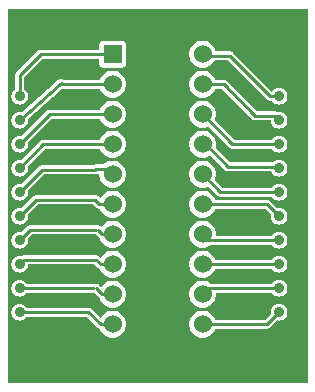
<source format=gbr>
G04 start of page 2 for group 0 idx 0 *
G04 Title: XBEE_dip, top *
G04 Creator: pcb 20110918 *
G04 CreationDate: Mon 04 Jun 2012 06:09:33 PM GMT UTC *
G04 For: ed *
G04 Format: Gerber/RS-274X *
G04 PCB-Dimensions: 100000 125000 *
G04 PCB-Coordinate-Origin: lower left *
%MOIN*%
%FSLAX25Y25*%
%LNTOP*%
%ADD38C,0.0280*%
%ADD37C,0.0200*%
%ADD36C,0.0360*%
%ADD35C,0.0600*%
%ADD34C,0.0100*%
%ADD33C,0.0001*%
G54D33*G36*
X76893Y124500D02*X100000D01*
Y0D01*
X76893D01*
Y17990D01*
X86431D01*
X86490Y17985D01*
X86725Y18004D01*
X86725Y18004D01*
X86955Y18059D01*
X87173Y18149D01*
X87374Y18273D01*
X87554Y18426D01*
X87592Y18471D01*
X89889Y20767D01*
X90061Y20726D01*
X90500Y20691D01*
X90939Y20726D01*
X91368Y20829D01*
X91775Y20997D01*
X92151Y21228D01*
X92486Y21514D01*
X92772Y21849D01*
X93003Y22225D01*
X93171Y22632D01*
X93274Y23061D01*
X93300Y23500D01*
X93274Y23939D01*
X93171Y24368D01*
X93003Y24775D01*
X92772Y25151D01*
X92486Y25486D01*
X92151Y25772D01*
X91775Y26003D01*
X91368Y26171D01*
X90939Y26274D01*
X90500Y26309D01*
X90061Y26274D01*
X89632Y26171D01*
X89225Y26003D01*
X88849Y25772D01*
X88514Y25486D01*
X88228Y25151D01*
X87997Y24775D01*
X87829Y24368D01*
X87726Y23939D01*
X87691Y23500D01*
X87726Y23061D01*
X87767Y22889D01*
X85869Y20990D01*
X76893D01*
Y30000D01*
X88135D01*
X88228Y29849D01*
X88514Y29514D01*
X88849Y29228D01*
X89225Y28997D01*
X89632Y28829D01*
X90061Y28726D01*
X90500Y28691D01*
X90939Y28726D01*
X91368Y28829D01*
X91775Y28997D01*
X92151Y29228D01*
X92486Y29514D01*
X92772Y29849D01*
X93003Y30225D01*
X93171Y30632D01*
X93274Y31061D01*
X93300Y31500D01*
X93274Y31939D01*
X93171Y32368D01*
X93003Y32775D01*
X92772Y33151D01*
X92486Y33486D01*
X92151Y33772D01*
X91775Y34003D01*
X91368Y34171D01*
X90939Y34274D01*
X90500Y34309D01*
X90061Y34274D01*
X89632Y34171D01*
X89225Y34003D01*
X88849Y33772D01*
X88514Y33486D01*
X88228Y33151D01*
X88135Y33000D01*
X76893D01*
Y37990D01*
X88141D01*
X88228Y37849D01*
X88514Y37514D01*
X88849Y37228D01*
X89225Y36997D01*
X89632Y36829D01*
X90061Y36726D01*
X90500Y36691D01*
X90939Y36726D01*
X91368Y36829D01*
X91775Y36997D01*
X92151Y37228D01*
X92486Y37514D01*
X92772Y37849D01*
X93003Y38225D01*
X93171Y38632D01*
X93274Y39061D01*
X93300Y39500D01*
X93274Y39939D01*
X93171Y40368D01*
X93003Y40775D01*
X92772Y41151D01*
X92486Y41486D01*
X92151Y41772D01*
X91775Y42003D01*
X91368Y42171D01*
X90939Y42274D01*
X90500Y42309D01*
X90061Y42274D01*
X89632Y42171D01*
X89225Y42003D01*
X88849Y41772D01*
X88514Y41486D01*
X88228Y41151D01*
X88129Y40990D01*
X76893D01*
Y46000D01*
X88135D01*
X88228Y45849D01*
X88514Y45514D01*
X88849Y45228D01*
X89225Y44997D01*
X89632Y44829D01*
X90061Y44726D01*
X90500Y44691D01*
X90939Y44726D01*
X91368Y44829D01*
X91775Y44997D01*
X92151Y45228D01*
X92486Y45514D01*
X92772Y45849D01*
X93003Y46225D01*
X93171Y46632D01*
X93274Y47061D01*
X93300Y47500D01*
X93274Y47939D01*
X93171Y48368D01*
X93003Y48775D01*
X92772Y49151D01*
X92486Y49486D01*
X92151Y49772D01*
X91775Y50003D01*
X91368Y50171D01*
X90939Y50274D01*
X90500Y50309D01*
X90061Y50274D01*
X89632Y50171D01*
X89225Y50003D01*
X88849Y49772D01*
X88514Y49486D01*
X88228Y49151D01*
X88135Y49000D01*
X76893D01*
Y57990D01*
X85889D01*
X87767Y56111D01*
X87726Y55939D01*
X87691Y55500D01*
X87726Y55061D01*
X87829Y54632D01*
X87997Y54225D01*
X88228Y53849D01*
X88514Y53514D01*
X88849Y53228D01*
X89225Y52997D01*
X89632Y52829D01*
X90061Y52726D01*
X90500Y52691D01*
X90939Y52726D01*
X91368Y52829D01*
X91775Y52997D01*
X92151Y53228D01*
X92486Y53514D01*
X92772Y53849D01*
X93003Y54225D01*
X93171Y54632D01*
X93274Y55061D01*
X93300Y55500D01*
X93274Y55939D01*
X93171Y56368D01*
X93003Y56775D01*
X92772Y57151D01*
X92486Y57486D01*
X92151Y57772D01*
X91775Y58003D01*
X91368Y58171D01*
X90939Y58274D01*
X90500Y58309D01*
X90061Y58274D01*
X89889Y58233D01*
X87612Y60509D01*
X87574Y60554D01*
X87394Y60707D01*
X87193Y60831D01*
X86975Y60921D01*
X86745Y60976D01*
X86510Y60995D01*
X86451Y60990D01*
X76893D01*
Y62000D01*
X88135D01*
X88228Y61849D01*
X88514Y61514D01*
X88849Y61228D01*
X89225Y60997D01*
X89632Y60829D01*
X90061Y60726D01*
X90500Y60691D01*
X90939Y60726D01*
X91368Y60829D01*
X91775Y60997D01*
X92151Y61228D01*
X92486Y61514D01*
X92772Y61849D01*
X93003Y62225D01*
X93171Y62632D01*
X93274Y63061D01*
X93300Y63500D01*
X93274Y63939D01*
X93171Y64368D01*
X93003Y64775D01*
X92772Y65151D01*
X92486Y65486D01*
X92151Y65772D01*
X91775Y66003D01*
X91368Y66171D01*
X90939Y66274D01*
X90500Y66309D01*
X90061Y66274D01*
X89632Y66171D01*
X89225Y66003D01*
X88849Y65772D01*
X88514Y65486D01*
X88228Y65151D01*
X88135Y65000D01*
X76893D01*
Y70500D01*
X87884D01*
X87997Y70225D01*
X88228Y69849D01*
X88514Y69514D01*
X88849Y69228D01*
X89225Y68997D01*
X89632Y68829D01*
X90061Y68726D01*
X90500Y68691D01*
X90939Y68726D01*
X91368Y68829D01*
X91775Y68997D01*
X92151Y69228D01*
X92486Y69514D01*
X92772Y69849D01*
X93003Y70225D01*
X93171Y70632D01*
X93274Y71061D01*
X93300Y71500D01*
X93274Y71939D01*
X93171Y72368D01*
X93003Y72775D01*
X92772Y73151D01*
X92486Y73486D01*
X92151Y73772D01*
X91775Y74003D01*
X91368Y74171D01*
X90939Y74274D01*
X90500Y74309D01*
X90061Y74274D01*
X89632Y74171D01*
X89225Y74003D01*
X88849Y73772D01*
X88530Y73500D01*
X76893D01*
Y78000D01*
X88135D01*
X88228Y77849D01*
X88514Y77514D01*
X88849Y77228D01*
X89225Y76997D01*
X89632Y76829D01*
X90061Y76726D01*
X90500Y76691D01*
X90939Y76726D01*
X91368Y76829D01*
X91775Y76997D01*
X92151Y77228D01*
X92486Y77514D01*
X92772Y77849D01*
X93003Y78225D01*
X93171Y78632D01*
X93274Y79061D01*
X93300Y79500D01*
X93274Y79939D01*
X93171Y80368D01*
X93003Y80775D01*
X92772Y81151D01*
X92486Y81486D01*
X92151Y81772D01*
X91775Y82003D01*
X91368Y82171D01*
X90939Y82274D01*
X90500Y82309D01*
X90061Y82274D01*
X89632Y82171D01*
X89225Y82003D01*
X88849Y81772D01*
X88514Y81486D01*
X88228Y81151D01*
X88135Y81000D01*
X76893D01*
Y92486D01*
X81398Y87981D01*
X81436Y87936D01*
X81616Y87783D01*
X81817Y87659D01*
X82035Y87569D01*
X82265Y87514D01*
X82500Y87495D01*
X82559Y87500D01*
X87691D01*
X87726Y87061D01*
X87829Y86632D01*
X87997Y86225D01*
X88228Y85849D01*
X88514Y85514D01*
X88849Y85228D01*
X89225Y84997D01*
X89632Y84829D01*
X90061Y84726D01*
X90500Y84691D01*
X90939Y84726D01*
X91368Y84829D01*
X91775Y84997D01*
X92151Y85228D01*
X92486Y85514D01*
X92772Y85849D01*
X93003Y86225D01*
X93171Y86632D01*
X93274Y87061D01*
X93300Y87500D01*
X93274Y87939D01*
X93171Y88368D01*
X93003Y88775D01*
X92772Y89151D01*
X92486Y89486D01*
X92151Y89772D01*
X91775Y90003D01*
X91368Y90171D01*
X90939Y90274D01*
X90500Y90309D01*
X90061Y90274D01*
X89867Y90228D01*
X89683Y90341D01*
X89465Y90431D01*
X89235Y90486D01*
X89000Y90505D01*
X88941Y90500D01*
X83121D01*
X76893Y96728D01*
Y103986D01*
X86398Y94481D01*
X86436Y94436D01*
X86616Y94283D01*
X86817Y94159D01*
X87035Y94069D01*
X87265Y94014D01*
X87500Y93995D01*
X87559Y94000D01*
X88135D01*
X88228Y93849D01*
X88514Y93514D01*
X88849Y93228D01*
X89225Y92997D01*
X89632Y92829D01*
X90061Y92726D01*
X90500Y92691D01*
X90939Y92726D01*
X91368Y92829D01*
X91775Y92997D01*
X92151Y93228D01*
X92486Y93514D01*
X92772Y93849D01*
X93003Y94225D01*
X93171Y94632D01*
X93274Y95061D01*
X93300Y95500D01*
X93274Y95939D01*
X93171Y96368D01*
X93003Y96775D01*
X92772Y97151D01*
X92486Y97486D01*
X92151Y97772D01*
X91775Y98003D01*
X91368Y98171D01*
X90939Y98274D01*
X90500Y98309D01*
X90061Y98274D01*
X89632Y98171D01*
X89225Y98003D01*
X88849Y97772D01*
X88514Y97486D01*
X88228Y97151D01*
X88135Y97000D01*
X88121D01*
X76893Y108228D01*
Y124500D01*
G37*
G36*
X20346D02*X76893D01*
Y108228D01*
X75102Y110019D01*
X75064Y110064D01*
X74884Y110217D01*
X74683Y110341D01*
X74465Y110431D01*
X74235Y110486D01*
X74000Y110505D01*
X73941Y110500D01*
X69385D01*
X69293Y110885D01*
X69022Y111539D01*
X68652Y112143D01*
X68192Y112682D01*
X67653Y113142D01*
X67049Y113512D01*
X66395Y113783D01*
X65706Y113948D01*
X65000Y114004D01*
X64294Y113948D01*
X63605Y113783D01*
X62951Y113512D01*
X62347Y113142D01*
X61808Y112682D01*
X61348Y112143D01*
X60978Y111539D01*
X60707Y110885D01*
X60542Y110196D01*
X60486Y109490D01*
X60542Y108784D01*
X60707Y108095D01*
X60978Y107441D01*
X61348Y106837D01*
X61808Y106298D01*
X62347Y105838D01*
X62951Y105468D01*
X63605Y105197D01*
X64294Y105032D01*
X65000Y104976D01*
X65706Y105032D01*
X66395Y105197D01*
X67049Y105468D01*
X67653Y105838D01*
X68192Y106298D01*
X68652Y106837D01*
X69022Y107441D01*
X69046Y107500D01*
X73379D01*
X76893Y103986D01*
Y96728D01*
X73112Y100509D01*
X73074Y100554D01*
X72894Y100707D01*
X72693Y100831D01*
X72475Y100921D01*
X72245Y100976D01*
X72010Y100995D01*
X71951Y100990D01*
X69249D01*
X69022Y101539D01*
X68652Y102143D01*
X68192Y102682D01*
X67653Y103142D01*
X67049Y103512D01*
X66395Y103783D01*
X65706Y103948D01*
X65000Y104004D01*
X64294Y103948D01*
X63605Y103783D01*
X62951Y103512D01*
X62347Y103142D01*
X61808Y102682D01*
X61348Y102143D01*
X60978Y101539D01*
X60707Y100885D01*
X60542Y100196D01*
X60486Y99490D01*
X60542Y98784D01*
X60707Y98095D01*
X60978Y97441D01*
X61348Y96837D01*
X61808Y96298D01*
X62347Y95838D01*
X62951Y95468D01*
X63605Y95197D01*
X64294Y95032D01*
X65000Y94976D01*
X65706Y95032D01*
X66395Y95197D01*
X67049Y95468D01*
X67653Y95838D01*
X68192Y96298D01*
X68652Y96837D01*
X69022Y97441D01*
X69249Y97990D01*
X71389D01*
X76893Y92486D01*
Y81000D01*
X75611D01*
X69065Y87546D01*
X69293Y88095D01*
X69458Y88784D01*
X69500Y89490D01*
X69458Y90196D01*
X69293Y90885D01*
X69022Y91539D01*
X68652Y92143D01*
X68192Y92682D01*
X67653Y93142D01*
X67049Y93512D01*
X66395Y93783D01*
X65706Y93948D01*
X65000Y94004D01*
X64294Y93948D01*
X63605Y93783D01*
X62951Y93512D01*
X62347Y93142D01*
X61808Y92682D01*
X61348Y92143D01*
X60978Y91539D01*
X60707Y90885D01*
X60542Y90196D01*
X60486Y89490D01*
X60542Y88784D01*
X60707Y88095D01*
X60978Y87441D01*
X61348Y86837D01*
X61808Y86298D01*
X62347Y85838D01*
X62951Y85468D01*
X63605Y85197D01*
X64294Y85032D01*
X65000Y84976D01*
X65706Y85032D01*
X66395Y85197D01*
X66944Y85425D01*
X73888Y78481D01*
X73926Y78436D01*
X74106Y78283D01*
X74307Y78159D01*
X74525Y78069D01*
X74755Y78014D01*
X74990Y77995D01*
X75049Y78000D01*
X76893D01*
Y73500D01*
X74121D01*
X69338Y78283D01*
X69458Y78784D01*
X69500Y79490D01*
X69458Y80196D01*
X69293Y80885D01*
X69022Y81539D01*
X68652Y82143D01*
X68192Y82682D01*
X67653Y83142D01*
X67049Y83512D01*
X66395Y83783D01*
X65706Y83948D01*
X65000Y84004D01*
X64294Y83948D01*
X63605Y83783D01*
X62951Y83512D01*
X62347Y83142D01*
X61808Y82682D01*
X61348Y82143D01*
X60978Y81539D01*
X60707Y80885D01*
X60542Y80196D01*
X60486Y79490D01*
X60542Y78784D01*
X60707Y78095D01*
X60978Y77441D01*
X61348Y76837D01*
X61808Y76298D01*
X62347Y75838D01*
X62951Y75468D01*
X63605Y75197D01*
X64294Y75032D01*
X65000Y74976D01*
X65706Y75032D01*
X66395Y75197D01*
X67049Y75468D01*
X67583Y75795D01*
X72398Y70981D01*
X72436Y70936D01*
X72616Y70783D01*
X72817Y70659D01*
X73035Y70569D01*
X73265Y70514D01*
X73500Y70495D01*
X73559Y70500D01*
X76893D01*
Y65000D01*
X71611D01*
X69065Y67546D01*
X69293Y68095D01*
X69458Y68784D01*
X69500Y69490D01*
X69458Y70196D01*
X69293Y70885D01*
X69022Y71539D01*
X68652Y72143D01*
X68192Y72682D01*
X67653Y73142D01*
X67049Y73512D01*
X66395Y73783D01*
X65706Y73948D01*
X65000Y74004D01*
X64294Y73948D01*
X63605Y73783D01*
X62951Y73512D01*
X62347Y73142D01*
X61808Y72682D01*
X61348Y72143D01*
X60978Y71539D01*
X60707Y70885D01*
X60542Y70196D01*
X60486Y69490D01*
X60542Y68784D01*
X60707Y68095D01*
X60978Y67441D01*
X61348Y66837D01*
X61808Y66298D01*
X62347Y65838D01*
X62951Y65468D01*
X63605Y65197D01*
X64294Y65032D01*
X65000Y64976D01*
X65706Y65032D01*
X66395Y65197D01*
X66944Y65425D01*
X69888Y62481D01*
X69926Y62436D01*
X70106Y62283D01*
X70307Y62159D01*
X70525Y62069D01*
X70755Y62014D01*
X70990Y61995D01*
X71049Y62000D01*
X76893D01*
Y60990D01*
X69249D01*
X69022Y61539D01*
X68652Y62143D01*
X68192Y62682D01*
X67653Y63142D01*
X67049Y63512D01*
X66395Y63783D01*
X65706Y63948D01*
X65000Y64004D01*
X64294Y63948D01*
X63605Y63783D01*
X62951Y63512D01*
X62347Y63142D01*
X61808Y62682D01*
X61348Y62143D01*
X60978Y61539D01*
X60707Y60885D01*
X60542Y60196D01*
X60486Y59490D01*
X60542Y58784D01*
X60707Y58095D01*
X60978Y57441D01*
X61348Y56837D01*
X61808Y56298D01*
X62347Y55838D01*
X62951Y55468D01*
X63605Y55197D01*
X64294Y55032D01*
X65000Y54976D01*
X65706Y55032D01*
X66395Y55197D01*
X67049Y55468D01*
X67653Y55838D01*
X68192Y56298D01*
X68652Y56837D01*
X69022Y57441D01*
X69249Y57990D01*
X76893D01*
Y49000D01*
X69471D01*
X69500Y49490D01*
X69458Y50196D01*
X69293Y50885D01*
X69022Y51539D01*
X68652Y52143D01*
X68192Y52682D01*
X67653Y53142D01*
X67049Y53512D01*
X66395Y53783D01*
X65706Y53948D01*
X65000Y54004D01*
X64294Y53948D01*
X63605Y53783D01*
X62951Y53512D01*
X62347Y53142D01*
X61808Y52682D01*
X61348Y52143D01*
X60978Y51539D01*
X60707Y50885D01*
X60542Y50196D01*
X60486Y49490D01*
X60542Y48784D01*
X60707Y48095D01*
X60978Y47441D01*
X61348Y46837D01*
X61808Y46298D01*
X62347Y45838D01*
X62951Y45468D01*
X63605Y45197D01*
X64294Y45032D01*
X65000Y44976D01*
X65706Y45032D01*
X66395Y45197D01*
X67049Y45468D01*
X67653Y45838D01*
X67843Y46000D01*
X76893D01*
Y40990D01*
X69249D01*
X69022Y41539D01*
X68652Y42143D01*
X68192Y42682D01*
X67653Y43142D01*
X67049Y43512D01*
X66395Y43783D01*
X65706Y43948D01*
X65000Y44004D01*
X64294Y43948D01*
X63605Y43783D01*
X62951Y43512D01*
X62347Y43142D01*
X61808Y42682D01*
X61348Y42143D01*
X60978Y41539D01*
X60707Y40885D01*
X60542Y40196D01*
X60486Y39490D01*
X60542Y38784D01*
X60707Y38095D01*
X60978Y37441D01*
X61348Y36837D01*
X61808Y36298D01*
X62347Y35838D01*
X62951Y35468D01*
X63605Y35197D01*
X64294Y35032D01*
X65000Y34976D01*
X65706Y35032D01*
X66395Y35197D01*
X67049Y35468D01*
X67653Y35838D01*
X68192Y36298D01*
X68652Y36837D01*
X69022Y37441D01*
X69249Y37990D01*
X76893D01*
Y33000D01*
X67819D01*
X67653Y33142D01*
X67049Y33512D01*
X66395Y33783D01*
X65706Y33948D01*
X65000Y34004D01*
X64294Y33948D01*
X63605Y33783D01*
X62951Y33512D01*
X62347Y33142D01*
X61808Y32682D01*
X61348Y32143D01*
X60978Y31539D01*
X60707Y30885D01*
X60542Y30196D01*
X60486Y29490D01*
X60542Y28784D01*
X60707Y28095D01*
X60978Y27441D01*
X61348Y26837D01*
X61808Y26298D01*
X62347Y25838D01*
X62951Y25468D01*
X63605Y25197D01*
X64294Y25032D01*
X65000Y24976D01*
X65706Y25032D01*
X66395Y25197D01*
X67049Y25468D01*
X67653Y25838D01*
X68192Y26298D01*
X68652Y26837D01*
X69022Y27441D01*
X69293Y28095D01*
X69458Y28784D01*
X69500Y29490D01*
X69470Y30000D01*
X76893D01*
Y20990D01*
X69249D01*
X69022Y21539D01*
X68652Y22143D01*
X68192Y22682D01*
X67653Y23142D01*
X67049Y23512D01*
X66395Y23783D01*
X65706Y23948D01*
X65000Y24004D01*
X64294Y23948D01*
X63605Y23783D01*
X62951Y23512D01*
X62347Y23142D01*
X61808Y22682D01*
X61348Y22143D01*
X60978Y21539D01*
X60707Y20885D01*
X60542Y20196D01*
X60486Y19490D01*
X60542Y18784D01*
X60707Y18095D01*
X60978Y17441D01*
X61348Y16837D01*
X61808Y16298D01*
X62347Y15838D01*
X62951Y15468D01*
X63605Y15197D01*
X64294Y15032D01*
X65000Y14976D01*
X65706Y15032D01*
X66395Y15197D01*
X67049Y15468D01*
X67653Y15838D01*
X68192Y16298D01*
X68652Y16837D01*
X69022Y17441D01*
X69249Y17990D01*
X76893D01*
Y0D01*
X20346D01*
Y22000D01*
X26369D01*
X29898Y18471D01*
X29936Y18426D01*
X30116Y18273D01*
X30317Y18149D01*
X30535Y18059D01*
X30743Y18009D01*
X30978Y17441D01*
X31348Y16837D01*
X31808Y16298D01*
X32347Y15838D01*
X32951Y15468D01*
X33605Y15197D01*
X34294Y15032D01*
X35000Y14976D01*
X35706Y15032D01*
X36395Y15197D01*
X37049Y15468D01*
X37653Y15838D01*
X38192Y16298D01*
X38652Y16837D01*
X39022Y17441D01*
X39293Y18095D01*
X39458Y18784D01*
X39500Y19490D01*
X39458Y20196D01*
X39293Y20885D01*
X39022Y21539D01*
X38652Y22143D01*
X38192Y22682D01*
X37653Y23142D01*
X37049Y23512D01*
X36395Y23783D01*
X35706Y23948D01*
X35000Y24004D01*
X34294Y23948D01*
X33605Y23783D01*
X32951Y23512D01*
X32347Y23142D01*
X31808Y22682D01*
X31348Y22143D01*
X31014Y21598D01*
X28092Y24519D01*
X28054Y24564D01*
X27874Y24717D01*
X27673Y24841D01*
X27455Y24931D01*
X27225Y24986D01*
X26990Y25005D01*
X26931Y25000D01*
X20346D01*
Y30000D01*
X28879D01*
X30408Y28471D01*
X30446Y28426D01*
X30626Y28273D01*
X30671Y28245D01*
X30707Y28095D01*
X30978Y27441D01*
X31348Y26837D01*
X31808Y26298D01*
X32347Y25838D01*
X32951Y25468D01*
X33605Y25197D01*
X34294Y25032D01*
X35000Y24976D01*
X35706Y25032D01*
X36395Y25197D01*
X37049Y25468D01*
X37653Y25838D01*
X38192Y26298D01*
X38652Y26837D01*
X39022Y27441D01*
X39293Y28095D01*
X39458Y28784D01*
X39500Y29490D01*
X39458Y30196D01*
X39293Y30885D01*
X39022Y31539D01*
X38652Y32143D01*
X38192Y32682D01*
X37653Y33142D01*
X37049Y33512D01*
X36395Y33783D01*
X35706Y33948D01*
X35000Y34004D01*
X34294Y33948D01*
X33605Y33783D01*
X32951Y33512D01*
X32347Y33142D01*
X31808Y32682D01*
X31348Y32143D01*
X31208Y31914D01*
X30561Y32561D01*
X30384Y32717D01*
X30183Y32841D01*
X29965Y32931D01*
X29735Y32986D01*
X29500Y33005D01*
X29265Y32986D01*
X29245Y32981D01*
X29225Y32986D01*
X28990Y33000D01*
X20346D01*
Y39490D01*
X28879D01*
X29898Y38471D01*
X29936Y38426D01*
X30116Y38273D01*
X30317Y38149D01*
X30535Y38059D01*
X30743Y38009D01*
X30978Y37441D01*
X31348Y36837D01*
X31808Y36298D01*
X32347Y35838D01*
X32951Y35468D01*
X33605Y35197D01*
X34294Y35032D01*
X35000Y34976D01*
X35706Y35032D01*
X36395Y35197D01*
X37049Y35468D01*
X37653Y35838D01*
X38192Y36298D01*
X38652Y36837D01*
X39022Y37441D01*
X39293Y38095D01*
X39458Y38784D01*
X39500Y39490D01*
X39458Y40196D01*
X39293Y40885D01*
X39022Y41539D01*
X38652Y42143D01*
X38192Y42682D01*
X37653Y43142D01*
X37049Y43512D01*
X36395Y43783D01*
X35706Y43948D01*
X35000Y44004D01*
X34294Y43948D01*
X33605Y43783D01*
X32951Y43512D01*
X32347Y43142D01*
X31808Y42682D01*
X31348Y42143D01*
X31014Y41598D01*
X30602Y42009D01*
X30564Y42054D01*
X30384Y42207D01*
X30183Y42331D01*
X29965Y42421D01*
X29735Y42476D01*
X29500Y42495D01*
X29441Y42490D01*
X20346D01*
Y49490D01*
X29379D01*
X30398Y48471D01*
X30436Y48426D01*
X30616Y48273D01*
X30673Y48238D01*
X30707Y48095D01*
X30978Y47441D01*
X31348Y46837D01*
X31808Y46298D01*
X32347Y45838D01*
X32951Y45468D01*
X33605Y45197D01*
X34294Y45032D01*
X35000Y44976D01*
X35706Y45032D01*
X36395Y45197D01*
X37049Y45468D01*
X37653Y45838D01*
X38192Y46298D01*
X38652Y46837D01*
X39022Y47441D01*
X39293Y48095D01*
X39458Y48784D01*
X39500Y49490D01*
X39458Y50196D01*
X39293Y50885D01*
X39022Y51539D01*
X38652Y52143D01*
X38192Y52682D01*
X37653Y53142D01*
X37049Y53512D01*
X36395Y53783D01*
X35706Y53948D01*
X35000Y54004D01*
X34294Y53948D01*
X33605Y53783D01*
X32951Y53512D01*
X32347Y53142D01*
X31808Y52682D01*
X31348Y52143D01*
X31204Y51908D01*
X31061Y52051D01*
X30884Y52207D01*
X30683Y52331D01*
X30465Y52421D01*
X30235Y52476D01*
X30000Y52495D01*
X29765Y52476D01*
X29750Y52473D01*
X29735Y52476D01*
X29500Y52490D01*
X20346D01*
Y59490D01*
X28379D01*
X29398Y58471D01*
X29436Y58426D01*
X29616Y58273D01*
X29817Y58149D01*
X30035Y58059D01*
X30265Y58004D01*
X30500Y57985D01*
X30559Y57990D01*
X30751D01*
X30978Y57441D01*
X31348Y56837D01*
X31808Y56298D01*
X32347Y55838D01*
X32951Y55468D01*
X33605Y55197D01*
X34294Y55032D01*
X35000Y54976D01*
X35706Y55032D01*
X36395Y55197D01*
X37049Y55468D01*
X37653Y55838D01*
X38192Y56298D01*
X38652Y56837D01*
X39022Y57441D01*
X39293Y58095D01*
X39458Y58784D01*
X39500Y59490D01*
X39458Y60196D01*
X39293Y60885D01*
X39022Y61539D01*
X38652Y62143D01*
X38192Y62682D01*
X37653Y63142D01*
X37049Y63512D01*
X36395Y63783D01*
X35706Y63948D01*
X35000Y64004D01*
X34294Y63948D01*
X33605Y63783D01*
X32951Y63512D01*
X32347Y63142D01*
X31808Y62682D01*
X31348Y62143D01*
X30978Y61539D01*
X30935Y61436D01*
X30931Y61455D01*
X30841Y61673D01*
X30717Y61874D01*
X30564Y62054D01*
X30384Y62207D01*
X30183Y62331D01*
X29965Y62421D01*
X29735Y62476D01*
X29500Y62490D01*
X29059D01*
X29000Y62495D01*
X28941Y62490D01*
X20346D01*
Y69490D01*
X29500D01*
X29735Y69504D01*
X29965Y69559D01*
X30183Y69649D01*
X30339Y69745D01*
X30506D01*
X30486Y69490D01*
X30542Y68784D01*
X30707Y68095D01*
X30978Y67441D01*
X31348Y66837D01*
X31808Y66298D01*
X32347Y65838D01*
X32951Y65468D01*
X33605Y65197D01*
X34294Y65032D01*
X35000Y64976D01*
X35706Y65032D01*
X36395Y65197D01*
X37049Y65468D01*
X37653Y65838D01*
X38192Y66298D01*
X38652Y66837D01*
X39022Y67441D01*
X39293Y68095D01*
X39458Y68784D01*
X39500Y69490D01*
X39458Y70196D01*
X39293Y70885D01*
X39022Y71539D01*
X38652Y72143D01*
X38192Y72682D01*
X37653Y73142D01*
X37049Y73512D01*
X36395Y73783D01*
X35706Y73948D01*
X35000Y74004D01*
X34294Y73948D01*
X33605Y73783D01*
X32951Y73512D01*
X32347Y73142D01*
X31882Y72745D01*
X29245D01*
X29010Y72731D01*
X28780Y72676D01*
X28562Y72586D01*
X28406Y72490D01*
X20346D01*
Y77990D01*
X30751D01*
X30978Y77441D01*
X31348Y76837D01*
X31808Y76298D01*
X32347Y75838D01*
X32951Y75468D01*
X33605Y75197D01*
X34294Y75032D01*
X35000Y74976D01*
X35706Y75032D01*
X36395Y75197D01*
X37049Y75468D01*
X37653Y75838D01*
X38192Y76298D01*
X38652Y76837D01*
X39022Y77441D01*
X39293Y78095D01*
X39458Y78784D01*
X39500Y79490D01*
X39458Y80196D01*
X39293Y80885D01*
X39022Y81539D01*
X38652Y82143D01*
X38192Y82682D01*
X37653Y83142D01*
X37049Y83512D01*
X36395Y83783D01*
X35706Y83948D01*
X35000Y84004D01*
X34294Y83948D01*
X33605Y83783D01*
X32951Y83512D01*
X32347Y83142D01*
X31808Y82682D01*
X31348Y82143D01*
X30978Y81539D01*
X30751Y80990D01*
X20346D01*
Y87990D01*
X30751D01*
X30978Y87441D01*
X31348Y86837D01*
X31808Y86298D01*
X32347Y85838D01*
X32951Y85468D01*
X33605Y85197D01*
X34294Y85032D01*
X35000Y84976D01*
X35706Y85032D01*
X36395Y85197D01*
X37049Y85468D01*
X37653Y85838D01*
X38192Y86298D01*
X38652Y86837D01*
X39022Y87441D01*
X39293Y88095D01*
X39458Y88784D01*
X39500Y89490D01*
X39458Y90196D01*
X39293Y90885D01*
X39022Y91539D01*
X38652Y92143D01*
X38192Y92682D01*
X37653Y93142D01*
X37049Y93512D01*
X36395Y93783D01*
X35706Y93948D01*
X35000Y94004D01*
X34294Y93948D01*
X33605Y93783D01*
X32951Y93512D01*
X32347Y93142D01*
X31808Y92682D01*
X31348Y92143D01*
X30978Y91539D01*
X30751Y90990D01*
X20346D01*
Y97990D01*
X30751D01*
X30978Y97441D01*
X31348Y96837D01*
X31808Y96298D01*
X32347Y95838D01*
X32951Y95468D01*
X33605Y95197D01*
X34294Y95032D01*
X35000Y94976D01*
X35706Y95032D01*
X36395Y95197D01*
X37049Y95468D01*
X37653Y95838D01*
X38192Y96298D01*
X38652Y96837D01*
X39022Y97441D01*
X39293Y98095D01*
X39458Y98784D01*
X39500Y99490D01*
X39458Y100196D01*
X39293Y100885D01*
X39022Y101539D01*
X38652Y102143D01*
X38192Y102682D01*
X37653Y103142D01*
X37049Y103512D01*
X36395Y103783D01*
X35706Y103948D01*
X35000Y104004D01*
X34294Y103948D01*
X33605Y103783D01*
X32951Y103512D01*
X32347Y103142D01*
X31808Y102682D01*
X31348Y102143D01*
X30978Y101539D01*
X30751Y100990D01*
X20346D01*
Y108000D01*
X27324D01*
X27510Y107985D01*
X27569Y107990D01*
X30510D01*
X30514Y106255D01*
X30569Y106025D01*
X30659Y105807D01*
X30783Y105606D01*
X30936Y105426D01*
X31116Y105273D01*
X31317Y105149D01*
X31535Y105059D01*
X31765Y105004D01*
X32000Y104990D01*
X38235Y105004D01*
X38465Y105059D01*
X38683Y105149D01*
X38884Y105273D01*
X39064Y105426D01*
X39217Y105606D01*
X39341Y105807D01*
X39431Y106025D01*
X39486Y106255D01*
X39500Y106490D01*
X39486Y112725D01*
X39431Y112955D01*
X39341Y113173D01*
X39217Y113374D01*
X39064Y113554D01*
X38884Y113707D01*
X38683Y113831D01*
X38465Y113921D01*
X38235Y113976D01*
X38000Y113990D01*
X31765Y113976D01*
X31535Y113921D01*
X31317Y113831D01*
X31116Y113707D01*
X30936Y113554D01*
X30783Y113374D01*
X30659Y113173D01*
X30569Y112955D01*
X30514Y112725D01*
X30500Y112490D01*
X30503Y110990D01*
X28179D01*
X28010Y111000D01*
X27559D01*
X27500Y111005D01*
X27441Y111000D01*
X20346D01*
Y124500D01*
G37*
G36*
X0D02*X20346D01*
Y111000D01*
X11059D01*
X11000Y111005D01*
X10765Y110986D01*
X10535Y110931D01*
X10317Y110841D01*
X10116Y110717D01*
X10115Y110717D01*
X9936Y110564D01*
X9898Y110519D01*
X2981Y103602D01*
X2936Y103564D01*
X2783Y103384D01*
X2659Y103183D01*
X2569Y102965D01*
X2514Y102735D01*
X2514Y102735D01*
X2495Y102500D01*
X2500Y102441D01*
Y97865D01*
X2349Y97772D01*
X2014Y97486D01*
X1728Y97151D01*
X1497Y96775D01*
X1329Y96368D01*
X1226Y95939D01*
X1191Y95500D01*
X1226Y95061D01*
X1329Y94632D01*
X1497Y94225D01*
X1728Y93849D01*
X2014Y93514D01*
X2349Y93228D01*
X2725Y92997D01*
X3132Y92829D01*
X3561Y92726D01*
X4000Y92691D01*
X4439Y92726D01*
X4868Y92829D01*
X5275Y92997D01*
X5651Y93228D01*
X5986Y93514D01*
X6272Y93849D01*
X6503Y94225D01*
X6671Y94632D01*
X6774Y95061D01*
X6800Y95500D01*
X6774Y95939D01*
X6671Y96368D01*
X6503Y96775D01*
X6272Y97151D01*
X5986Y97486D01*
X5651Y97772D01*
X5500Y97865D01*
Y101879D01*
X11621Y108000D01*
X20346D01*
Y100990D01*
X18588D01*
X18448Y101076D01*
X18230Y101166D01*
X18000Y101221D01*
X17765Y101240D01*
X17529Y101221D01*
X17300Y101166D01*
X17082Y101076D01*
X16880Y100953D01*
X16701Y100799D01*
X16642Y100730D01*
X16503Y100621D01*
X4773Y90194D01*
X4439Y90274D01*
X4000Y90309D01*
X3561Y90274D01*
X3132Y90171D01*
X2725Y90003D01*
X2349Y89772D01*
X2014Y89486D01*
X1728Y89151D01*
X1497Y88775D01*
X1329Y88368D01*
X1226Y87939D01*
X1191Y87500D01*
X1226Y87061D01*
X1329Y86632D01*
X1497Y86225D01*
X1728Y85849D01*
X2014Y85514D01*
X2349Y85228D01*
X2725Y84997D01*
X3132Y84829D01*
X3561Y84726D01*
X4000Y84691D01*
X4439Y84726D01*
X4868Y84829D01*
X5275Y84997D01*
X5651Y85228D01*
X5986Y85514D01*
X6272Y85849D01*
X6503Y86225D01*
X6671Y86632D01*
X6774Y87061D01*
X6800Y87500D01*
X6774Y87939D01*
X6770Y87955D01*
X18058Y97989D01*
X18069Y97990D01*
X20346D01*
Y90990D01*
X14186D01*
X14000Y91005D01*
X13765Y90986D01*
X13535Y90931D01*
X13317Y90841D01*
X13116Y90717D01*
X13073Y90680D01*
X12926Y90554D01*
X12888Y90509D01*
X4611Y82233D01*
X4439Y82274D01*
X4000Y82309D01*
X3561Y82274D01*
X3132Y82171D01*
X2725Y82003D01*
X2349Y81772D01*
X2014Y81486D01*
X1728Y81151D01*
X1497Y80775D01*
X1329Y80368D01*
X1226Y79939D01*
X1191Y79500D01*
X1226Y79061D01*
X1329Y78632D01*
X1497Y78225D01*
X1728Y77849D01*
X2014Y77514D01*
X2349Y77228D01*
X2725Y76997D01*
X3132Y76829D01*
X3561Y76726D01*
X4000Y76691D01*
X4439Y76726D01*
X4868Y76829D01*
X5275Y76997D01*
X5651Y77228D01*
X5986Y77514D01*
X6272Y77849D01*
X6503Y78225D01*
X6671Y78632D01*
X6774Y79061D01*
X6800Y79500D01*
X6774Y79939D01*
X6733Y80111D01*
X14611Y87990D01*
X20346D01*
Y80990D01*
X12049D01*
X11990Y80995D01*
X11755Y80976D01*
X11525Y80921D01*
X11307Y80831D01*
X11106Y80707D01*
X11105Y80707D01*
X10926Y80554D01*
X10888Y80509D01*
X4611Y74233D01*
X4439Y74274D01*
X4000Y74309D01*
X3561Y74274D01*
X3132Y74171D01*
X2725Y74003D01*
X2349Y73772D01*
X2014Y73486D01*
X1728Y73151D01*
X1497Y72775D01*
X1329Y72368D01*
X1226Y71939D01*
X1191Y71500D01*
X1226Y71061D01*
X1329Y70632D01*
X1497Y70225D01*
X1728Y69849D01*
X2014Y69514D01*
X2349Y69228D01*
X2725Y68997D01*
X3132Y68829D01*
X3561Y68726D01*
X4000Y68691D01*
X4439Y68726D01*
X4868Y68829D01*
X5275Y68997D01*
X5651Y69228D01*
X5986Y69514D01*
X6272Y69849D01*
X6503Y70225D01*
X6671Y70632D01*
X6774Y71061D01*
X6800Y71500D01*
X6774Y71939D01*
X6733Y72111D01*
X12611Y77990D01*
X20346D01*
Y72490D01*
X11549D01*
X11490Y72495D01*
X11255Y72476D01*
X11025Y72421D01*
X10807Y72331D01*
X10606Y72207D01*
X10605Y72207D01*
X10426Y72054D01*
X10388Y72009D01*
X4611Y66233D01*
X4439Y66274D01*
X4000Y66309D01*
X3561Y66274D01*
X3132Y66171D01*
X2725Y66003D01*
X2349Y65772D01*
X2014Y65486D01*
X1728Y65151D01*
X1497Y64775D01*
X1329Y64368D01*
X1226Y63939D01*
X1191Y63500D01*
X1226Y63061D01*
X1329Y62632D01*
X1497Y62225D01*
X1728Y61849D01*
X2014Y61514D01*
X2349Y61228D01*
X2725Y60997D01*
X3132Y60829D01*
X3561Y60726D01*
X4000Y60691D01*
X4439Y60726D01*
X4868Y60829D01*
X5275Y60997D01*
X5651Y61228D01*
X5986Y61514D01*
X6272Y61849D01*
X6503Y62225D01*
X6671Y62632D01*
X6774Y63061D01*
X6800Y63500D01*
X6774Y63939D01*
X6733Y64111D01*
X12111Y69490D01*
X20346D01*
Y62490D01*
X9549D01*
X9490Y62495D01*
X9255Y62476D01*
X9025Y62421D01*
X8807Y62331D01*
X8606Y62207D01*
X8605Y62207D01*
X8426Y62054D01*
X8388Y62009D01*
X4611Y58233D01*
X4439Y58274D01*
X4000Y58309D01*
X3561Y58274D01*
X3132Y58171D01*
X2725Y58003D01*
X2349Y57772D01*
X2014Y57486D01*
X1728Y57151D01*
X1497Y56775D01*
X1329Y56368D01*
X1226Y55939D01*
X1191Y55500D01*
X1226Y55061D01*
X1329Y54632D01*
X1497Y54225D01*
X1728Y53849D01*
X2014Y53514D01*
X2349Y53228D01*
X2725Y52997D01*
X3132Y52829D01*
X3561Y52726D01*
X4000Y52691D01*
X4439Y52726D01*
X4868Y52829D01*
X5275Y52997D01*
X5651Y53228D01*
X5986Y53514D01*
X6272Y53849D01*
X6503Y54225D01*
X6671Y54632D01*
X6774Y55061D01*
X6800Y55500D01*
X6774Y55939D01*
X6733Y56111D01*
X10111Y59490D01*
X20346D01*
Y52490D01*
X7549D01*
X7490Y52495D01*
X7255Y52476D01*
X7025Y52421D01*
X6807Y52331D01*
X6606Y52207D01*
X6605Y52207D01*
X6426Y52054D01*
X6388Y52009D01*
X4611Y50233D01*
X4439Y50274D01*
X4000Y50309D01*
X3561Y50274D01*
X3132Y50171D01*
X2725Y50003D01*
X2349Y49772D01*
X2014Y49486D01*
X1728Y49151D01*
X1497Y48775D01*
X1329Y48368D01*
X1226Y47939D01*
X1191Y47500D01*
X1226Y47061D01*
X1329Y46632D01*
X1497Y46225D01*
X1728Y45849D01*
X2014Y45514D01*
X2349Y45228D01*
X2725Y44997D01*
X3132Y44829D01*
X3561Y44726D01*
X4000Y44691D01*
X4439Y44726D01*
X4868Y44829D01*
X5275Y44997D01*
X5651Y45228D01*
X5986Y45514D01*
X6272Y45849D01*
X6503Y46225D01*
X6671Y46632D01*
X6774Y47061D01*
X6800Y47500D01*
X6774Y47939D01*
X6733Y48111D01*
X8111Y49490D01*
X20346D01*
Y42490D01*
X5549D01*
X5490Y42495D01*
X5255Y42476D01*
X5025Y42421D01*
X4807Y42331D01*
X4637Y42227D01*
X4439Y42274D01*
X4000Y42309D01*
X3561Y42274D01*
X3132Y42171D01*
X2725Y42003D01*
X2349Y41772D01*
X2014Y41486D01*
X1728Y41151D01*
X1497Y40775D01*
X1329Y40368D01*
X1226Y39939D01*
X1191Y39500D01*
X1226Y39061D01*
X1329Y38632D01*
X1497Y38225D01*
X1728Y37849D01*
X2014Y37514D01*
X2349Y37228D01*
X2725Y36997D01*
X3132Y36829D01*
X3561Y36726D01*
X4000Y36691D01*
X4439Y36726D01*
X4868Y36829D01*
X5275Y36997D01*
X5651Y37228D01*
X5986Y37514D01*
X6272Y37849D01*
X6503Y38225D01*
X6671Y38632D01*
X6774Y39061D01*
X6799Y39490D01*
X20346D01*
Y33000D01*
X6365D01*
X6272Y33151D01*
X5986Y33486D01*
X5651Y33772D01*
X5275Y34003D01*
X4868Y34171D01*
X4439Y34274D01*
X4000Y34309D01*
X3561Y34274D01*
X3132Y34171D01*
X2725Y34003D01*
X2349Y33772D01*
X2014Y33486D01*
X1728Y33151D01*
X1497Y32775D01*
X1329Y32368D01*
X1226Y31939D01*
X1191Y31500D01*
X1226Y31061D01*
X1329Y30632D01*
X1497Y30225D01*
X1728Y29849D01*
X2014Y29514D01*
X2349Y29228D01*
X2725Y28997D01*
X3132Y28829D01*
X3561Y28726D01*
X4000Y28691D01*
X4439Y28726D01*
X4868Y28829D01*
X5275Y28997D01*
X5651Y29228D01*
X5986Y29514D01*
X6272Y29849D01*
X6365Y30000D01*
X20346D01*
Y25000D01*
X6365D01*
X6272Y25151D01*
X5986Y25486D01*
X5651Y25772D01*
X5275Y26003D01*
X4868Y26171D01*
X4439Y26274D01*
X4000Y26309D01*
X3561Y26274D01*
X3132Y26171D01*
X2725Y26003D01*
X2349Y25772D01*
X2014Y25486D01*
X1728Y25151D01*
X1497Y24775D01*
X1329Y24368D01*
X1226Y23939D01*
X1191Y23500D01*
X1226Y23061D01*
X1329Y22632D01*
X1497Y22225D01*
X1728Y21849D01*
X2014Y21514D01*
X2349Y21228D01*
X2725Y20997D01*
X3132Y20829D01*
X3561Y20726D01*
X4000Y20691D01*
X4439Y20726D01*
X4868Y20829D01*
X5275Y20997D01*
X5651Y21228D01*
X5986Y21514D01*
X6272Y21849D01*
X6365Y22000D01*
X20346D01*
Y0D01*
X0D01*
Y124500D01*
G37*
G54D34*X4000Y23500D02*X26990D01*
X4000Y31500D02*X28990D01*
X29500Y40990D02*X5490D01*
X4000Y39500D01*
X35000Y19490D02*X31000D01*
X26990Y23500D02*X31000Y19490D01*
X35000Y29490D02*X31510D01*
X29500Y31500D01*
X35000Y39490D02*X31000D01*
X29500Y40990D01*
X35000Y49490D02*X31500D01*
X30000Y50990D01*
X35000Y59490D02*X30500D01*
X29000Y60990D01*
X29500Y70990D02*X11490D01*
X29500Y60990D02*X9490D01*
X29500Y50990D02*X7490D01*
X11490Y70990D02*X4000Y63500D01*
X9490Y60990D02*X4000Y55500D01*
X7490Y50990D02*X4000Y47500D01*
X11990Y79490D02*X4000Y71500D01*
X35000Y79490D02*X31000D01*
X31490D02*X11990D01*
X29245Y71245D02*X33245D01*
X35000Y69490D01*
X4000Y95500D02*Y102500D01*
X11000Y109500D01*
X28010D01*
X23000Y99490D02*X18010D01*
X17765Y99735D01*
X35000Y109490D02*X27510D01*
X27500Y109500D01*
X14000Y89500D02*X4000Y79500D01*
X17500Y99500D02*X4000Y87500D01*
X35000Y89490D02*X13990D01*
X13750Y89250D01*
X35000Y99490D02*X22990D01*
X90500Y95500D02*X87500D01*
X74000Y109000D01*
X82500Y89000D02*X89000D01*
X74000Y109000D02*X65490D01*
X65000Y109490D01*
Y99490D02*X72010D01*
X82500Y89000D01*
X89000D02*X90500Y87500D01*
Y79500D02*X74990D01*
X73500Y72000D02*X90000D01*
X90500Y71500D01*
X74990Y79500D02*X65000Y89490D01*
X66010Y79490D02*X73500Y72000D01*
X70990Y63500D02*X65000Y69490D01*
Y79490D02*X66010D01*
X90500Y63500D02*X70990D01*
X65000Y59490D02*X86510D01*
X90500Y55500D01*
Y47500D02*X66990D01*
X65000Y49490D01*
Y39490D02*X90490D01*
X90500Y31500D02*X67010D01*
X65000Y29490D01*
Y19490D02*X86490D01*
X90500Y23500D01*
X90490Y39490D02*X90500Y39500D01*
G54D35*X35000Y39490D03*
Y29490D03*
Y19490D03*
X65000D03*
Y29490D03*
Y39490D03*
Y49490D03*
Y59490D03*
Y69490D03*
Y79490D03*
Y89490D03*
Y99490D03*
Y109490D03*
X35000Y79490D03*
Y69490D03*
Y59490D03*
Y49490D03*
G54D33*G36*
X32000Y112490D02*Y106490D01*
X38000D01*
Y112490D01*
X32000D01*
G37*
G54D35*X35000Y99490D03*
Y89490D03*
G54D36*X4000Y63500D03*
Y55500D03*
Y47500D03*
Y31500D03*
Y39500D03*
Y95500D03*
Y87500D03*
Y71500D03*
Y79500D03*
Y23500D03*
X90500Y95500D03*
Y87500D03*
Y71500D03*
Y63500D03*
Y55500D03*
Y47500D03*
Y31500D03*
Y23500D03*
Y39500D03*
Y79500D03*
G54D37*G54D38*M02*

</source>
